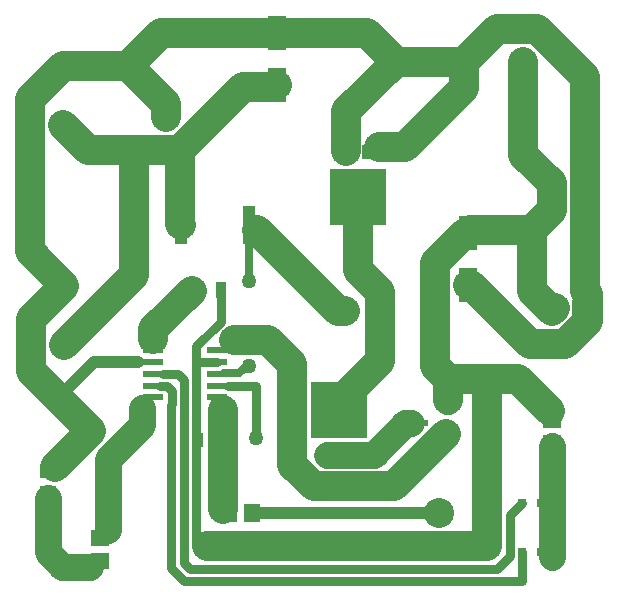
<source format=gtl>
G04*
G04 #@! TF.GenerationSoftware,Altium Limited,Altium Designer,24.9.1 (31)*
G04*
G04 Layer_Physical_Order=1*
G04 Layer_Color=255*
%FSLAX44Y44*%
%MOMM*%
G71*
G04*
G04 #@! TF.SameCoordinates,064BEE1E-2FB1-430C-AF41-A2A5F34B4FD9*
G04*
G04*
G04 #@! TF.FilePolarity,Positive*
G04*
G01*
G75*
%ADD16R,0.9500X1.4000*%
%ADD17R,1.8000X0.6000*%
%ADD18R,1.4000X1.2700*%
%ADD19R,4.8000X4.7200*%
%ADD20R,1.1578X1.3621*%
%ADD21R,0.9000X1.3000*%
%ADD22R,1.5562X1.3549*%
%ADD23R,0.7581X0.8121*%
%ADD24R,0.7000X0.6000*%
%ADD25R,0.8121X0.7581*%
%ADD26R,1.6000X3.0000*%
%ADD27R,1.1046X3.3062*%
%ADD28R,1.5549X2.1062*%
%ADD29R,1.3500X0.9500*%
%ADD30R,1.5500X1.3500*%
%ADD31R,0.8000X0.8000*%
%ADD32R,1.3549X1.5562*%
%ADD45C,2.5400*%
%ADD46C,0.7620*%
%ADD47C,0.6350*%
%ADD48C,1.0160*%
%ADD49C,2.2860*%
%ADD50C,1.2700*%
%ADD51C,1.9500*%
G04:AMPARAMS|DCode=52|XSize=1.95mm|YSize=1.95mm|CornerRadius=0.4875mm|HoleSize=0mm|Usage=FLASHONLY|Rotation=180.000|XOffset=0mm|YOffset=0mm|HoleType=Round|Shape=RoundedRectangle|*
%AMROUNDEDRECTD52*
21,1,1.9500,0.9750,0,0,180.0*
21,1,0.9750,1.9500,0,0,180.0*
1,1,0.9750,-0.4875,0.4875*
1,1,0.9750,0.4875,0.4875*
1,1,0.9750,0.4875,-0.4875*
1,1,0.9750,-0.4875,-0.4875*
%
%ADD52ROUNDEDRECTD52*%
G04:AMPARAMS|DCode=53|XSize=1.95mm|YSize=1.95mm|CornerRadius=0.4875mm|HoleSize=0mm|Usage=FLASHONLY|Rotation=90.000|XOffset=0mm|YOffset=0mm|HoleType=Round|Shape=RoundedRectangle|*
%AMROUNDEDRECTD53*
21,1,1.9500,0.9750,0,0,90.0*
21,1,0.9750,1.9500,0,0,90.0*
1,1,0.9750,0.4875,0.4875*
1,1,0.9750,0.4875,-0.4875*
1,1,0.9750,-0.4875,-0.4875*
1,1,0.9750,-0.4875,0.4875*
%
%ADD53ROUNDEDRECTD53*%
%ADD54C,1.2700*%
%ADD55C,2.5400*%
D16*
X180700Y257810D02*
D03*
X162200D02*
D03*
D17*
X123800Y206690D02*
D03*
Y196690D02*
D03*
Y186690D02*
D03*
Y176690D02*
D03*
Y166690D02*
D03*
X177800Y206690D02*
D03*
Y196690D02*
D03*
Y186690D02*
D03*
Y176690D02*
D03*
Y166690D02*
D03*
D18*
X307580Y374360D02*
D03*
X286780D02*
D03*
X270510Y118110D02*
D03*
X291310D02*
D03*
D19*
X297180Y336310D02*
D03*
X280910Y156160D02*
D03*
D20*
X467978Y242570D02*
D03*
X484522D02*
D03*
D21*
X161290Y130810D02*
D03*
X182290D02*
D03*
D22*
X461010Y147783D02*
D03*
Y128270D02*
D03*
D23*
X468710Y325120D02*
D03*
X481250D02*
D03*
D24*
X353060Y144780D02*
D03*
X373060Y135280D02*
D03*
Y154280D02*
D03*
D25*
X135890Y383620D02*
D03*
Y396160D02*
D03*
D26*
X228600Y431390D02*
D03*
Y475390D02*
D03*
X389890Y306070D02*
D03*
Y262070D02*
D03*
D27*
X204470Y312420D02*
D03*
X147454D02*
D03*
D28*
X315746Y240030D02*
D03*
X286234D02*
D03*
D29*
X34290Y87750D02*
D03*
Y102750D02*
D03*
D30*
X78740Y47440D02*
D03*
Y27940D02*
D03*
D31*
X451610Y77470D02*
D03*
X435610D02*
D03*
X452120Y35560D02*
D03*
X436120D02*
D03*
D32*
X187497Y68580D02*
D03*
X207010D02*
D03*
D45*
X19050Y419570D02*
X46990Y447510D01*
X19050Y290470D02*
Y419570D01*
Y290470D02*
X48300Y261220D01*
X182290Y130810D02*
Y156210D01*
Y72390D02*
Y130810D01*
X107387Y375920D02*
X146193D01*
X221041Y214930D02*
X241300Y194671D01*
X192067Y214930D02*
X221041D01*
X241300Y109653D02*
Y194671D01*
X237490Y40457D02*
X331470D01*
X168910D02*
X214630D01*
X237490D01*
X331470D02*
X406400D01*
Y181930D01*
X241300Y109653D02*
X259463Y91490D01*
X327823D01*
X371613Y135280D01*
X68580Y375920D02*
X107387D01*
Y270306D02*
Y323850D01*
Y375920D01*
X46990Y397510D02*
X68580Y375920D01*
X40640Y107950D02*
X70960Y138270D01*
X43020Y166210D02*
X70960Y138270D01*
X461010Y325120D02*
Y347980D01*
X463493Y242513D02*
Y242570D01*
X406400Y181930D02*
X432750D01*
X373380D02*
X406400D01*
X123800Y215900D02*
Y224130D01*
X156210Y256540D01*
X491433Y230940D02*
Y254143D01*
X488950Y256626D02*
Y438293D01*
X20360Y188870D02*
X43020Y166210D01*
X211647Y308589D02*
X280206Y240030D01*
X286234D01*
X361950Y193040D02*
X373060Y181930D01*
X361950Y193040D02*
Y280530D01*
X373060Y164150D02*
Y181930D01*
X271885Y153775D02*
X272285D01*
X285620Y167110D02*
Y167510D01*
X315746Y197637D02*
Y256043D01*
X272285Y153775D02*
X285620Y167110D01*
Y167510D02*
X315746Y197637D01*
X472583Y212090D02*
X491433Y230940D01*
X444260Y256780D02*
X461010Y240030D01*
X442270Y212090D02*
X472583D01*
X461010Y240030D02*
X463493Y242513D01*
X392290Y262070D02*
X442270Y212090D01*
X432750Y181930D02*
X459740Y154940D01*
X20360Y188870D02*
Y233280D01*
X48300Y261220D01*
X297180Y274610D02*
Y336310D01*
Y274610D02*
X315746Y256043D01*
X48300Y211220D02*
X107387Y270306D01*
X146193Y313681D02*
Y375920D01*
Y313681D02*
X147454Y312420D01*
X146193Y375920D02*
X199363Y429090D01*
X226300D01*
X228600Y431390D01*
X102400Y447510D02*
X130280Y475390D01*
X228600D01*
X286780Y375150D02*
Y380760D01*
X287020Y381000D01*
Y408940D01*
X328930Y450850D01*
X102400Y447510D02*
X134620Y415290D01*
Y403860D02*
Y415290D01*
X46990Y447510D02*
X102400D01*
X314960Y378460D02*
X336550D01*
X361950Y280530D02*
X387490Y306070D01*
X389890D01*
X228600Y475390D02*
X304390D01*
X328930Y450850D01*
X386880D01*
Y428790D02*
Y450850D01*
X336550Y378460D02*
X386880Y428790D01*
X488950Y256626D02*
X491433Y254143D01*
X389890Y262070D02*
X392290D01*
X448453Y478790D02*
X488950Y438293D01*
X386880Y450850D02*
X414820Y478790D01*
X448453D01*
X444260Y256780D02*
Y308370D01*
X389890Y306070D02*
X392190Y308370D01*
X444260D02*
X461010Y325120D01*
X392190Y308370D02*
X444260D01*
X436880Y372110D02*
X461010Y347980D01*
X436880Y372110D02*
Y450850D01*
D46*
X210820Y132080D02*
Y176530D01*
X186690D02*
X210820D01*
X160020Y196850D02*
Y209890D01*
X180700Y230570D01*
Y257810D01*
X160020Y40640D02*
Y196850D01*
X138430Y22037D02*
Y160340D01*
Y22037D02*
X149462Y11005D01*
X436120D01*
X154506Y21407D02*
X414291D01*
X436120Y11005D02*
Y35560D01*
X149860Y26054D02*
Y181367D01*
X414291Y21407D02*
X425450Y32566D01*
X149860Y26054D02*
X154506Y21407D01*
X139150Y161060D02*
Y172320D01*
X138430Y160340D02*
X139150Y161060D01*
X128990Y176040D02*
X135430D01*
X139150Y172320D01*
X144537Y186690D02*
X149860Y181367D01*
X425450Y32566D02*
Y67310D01*
X435610Y77470D01*
X160020Y196850D02*
X177640D01*
X177800Y196690D01*
X132080Y186690D02*
X144537D01*
D47*
X196277Y186865D02*
X202752Y193340D01*
X183625Y186865D02*
X196277D01*
X202752Y193340D02*
X204470D01*
Y265430D02*
Y312420D01*
D48*
X207010Y68580D02*
X365760D01*
X43020Y166210D02*
X73500Y196690D01*
X111024D01*
D49*
X114300Y143510D02*
Y157480D01*
X85090Y114300D02*
X114300Y143510D01*
X85090Y54610D02*
Y114300D01*
X310266Y118160D02*
X336886Y144780D01*
X270510Y118160D02*
X310266D01*
X336886Y144780D02*
X341630D01*
X46810Y22860D02*
X69850D01*
X34290Y35380D02*
X46810Y22860D01*
X34290Y35380D02*
Y81280D01*
X461010Y31750D02*
Y125730D01*
D50*
X78740Y47440D02*
X79740D01*
D51*
X386880Y450850D02*
D03*
X46990Y447510D02*
D03*
X48300Y261220D02*
D03*
D52*
X436880Y450850D02*
D03*
D53*
X46990Y397510D02*
D03*
X48300Y211220D02*
D03*
D54*
X210820Y132080D02*
D03*
X204470Y193340D02*
D03*
Y265430D02*
D03*
D55*
X365760Y68580D02*
D03*
M02*

</source>
